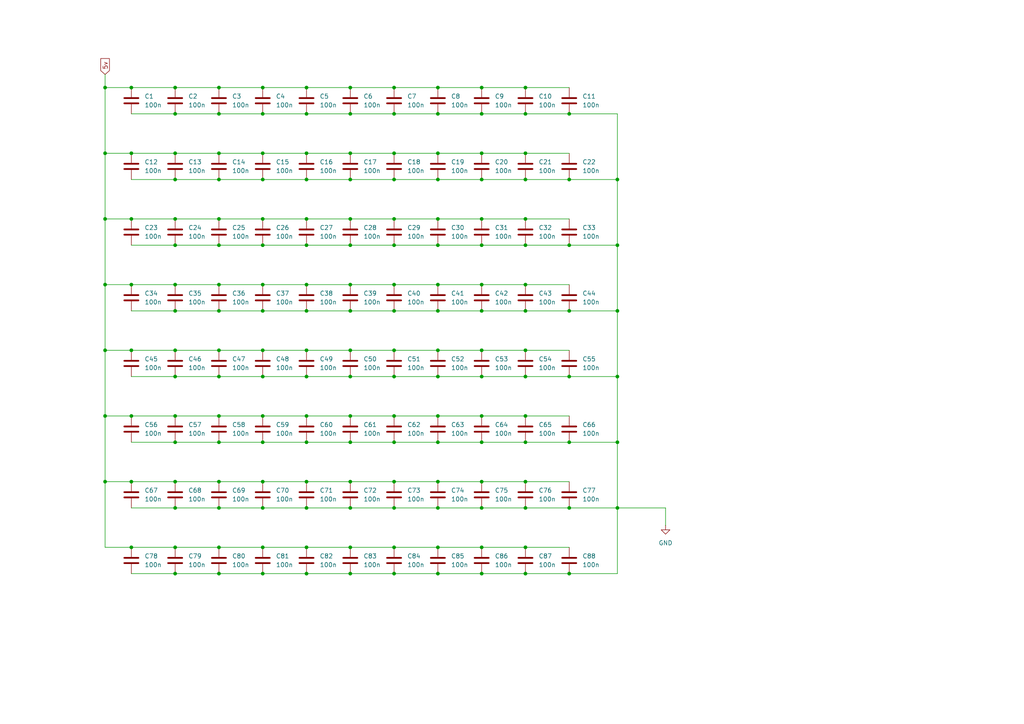
<source format=kicad_sch>
(kicad_sch (version 20231120) (generator "eeschema") (generator_version "8.0")
  (paper "A4")
  (lib_symbols
    (symbol "Device:C" (pin_numbers hide) (pin_names (offset 0.254))
      (property "Reference" "C" (at 0.635 2.54 0))
      (property "Value" "C" (at 0.635 -2.54 0))
      (symbol "C_0_1"
        (polyline (pts (xy -2.032 -0.762) (xy 2.032 -0.762)) (stroke (width 0.508)))
        (polyline (pts (xy -2.032 0.762) (xy 2.032 0.762)) (stroke (width 0.508)))
      )
      (symbol "C_1_1"
        (pin passive line (at 0 3.81 270) (length 2.794) (name "~") (number "1"))
        (pin passive line (at 0 -3.81 90) (length 2.794) (name "~") (number "2"))
      )
    )
    (symbol "power:GND" (power) (pin_numbers hide) (pin_names (offset 0) hide)
      (property "Value" "GND" (at 0 -3.81 0))
      (symbol "GND_0_1"
        (polyline (pts (xy 0 0) (xy 0 -1.27) (xy 1.27 -1.27) (xy 0 -2.54) (xy -1.27 -1.27) (xy 0 -1.27)))
      )
      (symbol "GND_1_1"
        (pin power_in line (at 0 0 270) (length 0) (name "~") (number "1"))
      )
    )
  )
  (junction (at 88.9 109.22))
  (junction (at 63.5 120.65))
  (junction (at 179.07 71.12))
  (junction (at 76.2 90.17))
  (junction (at 38.1 139.7))
  (junction (at 63.5 109.22))
  (junction (at 152.4 166.37))
  (junction (at 139.7 82.55))
  (junction (at 101.6 139.7))
  (junction (at 88.9 147.32))
  (junction (at 88.9 120.65))
  (junction (at 76.2 128.27))
  (junction (at 127 128.27))
  (junction (at 179.07 90.17))
  (junction (at 88.9 44.45))
  (junction (at 165.1 33.02))
  (junction (at 76.2 166.37))
  (junction (at 76.2 44.45))
  (junction (at 50.8 147.32))
  (junction (at 101.6 101.6))
  (junction (at 114.3 44.45))
  (junction (at 50.8 71.12))
  (junction (at 152.4 120.65))
  (junction (at 76.2 101.6))
  (junction (at 114.3 71.12))
  (junction (at 152.4 63.5))
  (junction (at 139.7 109.22))
  (junction (at 88.9 166.37))
  (junction (at 127 63.5))
  (junction (at 101.6 120.65))
  (junction (at 88.9 158.75))
  (junction (at 88.9 71.12))
  (junction (at 101.6 63.5))
  (junction (at 114.3 63.5))
  (junction (at 127 139.7))
  (junction (at 139.7 128.27))
  (junction (at 63.5 63.5))
  (junction (at 101.6 25.4))
  (junction (at 139.7 63.5))
  (junction (at 88.9 139.7))
  (junction (at 30.48 139.7))
  (junction (at 88.9 52.07))
  (junction (at 152.4 82.55))
  (junction (at 127 71.12))
  (junction (at 88.9 33.02))
  (junction (at 38.1 82.55))
  (junction (at 101.6 52.07))
  (junction (at 30.48 82.55))
  (junction (at 114.3 147.32))
  (junction (at 127 101.6))
  (junction (at 38.1 120.65))
  (junction (at 76.2 33.02))
  (junction (at 30.48 101.6))
  (junction (at 63.5 71.12))
  (junction (at 63.5 44.45))
  (junction (at 165.1 166.37))
  (junction (at 127 52.07))
  (junction (at 127 33.02))
  (junction (at 114.3 82.55))
  (junction (at 139.7 52.07))
  (junction (at 50.8 33.02))
  (junction (at 139.7 71.12))
  (junction (at 63.5 90.17))
  (junction (at 165.1 71.12))
  (junction (at 127 82.55))
  (junction (at 165.1 109.22))
  (junction (at 101.6 166.37))
  (junction (at 50.8 139.7))
  (junction (at 179.07 128.27))
  (junction (at 179.07 52.07))
  (junction (at 63.5 101.6))
  (junction (at 30.48 44.45))
  (junction (at 63.5 25.4))
  (junction (at 50.8 128.27))
  (junction (at 101.6 82.55))
  (junction (at 114.3 101.6))
  (junction (at 165.1 128.27))
  (junction (at 127 90.17))
  (junction (at 76.2 52.07))
  (junction (at 76.2 109.22))
  (junction (at 165.1 52.07))
  (junction (at 127 44.45))
  (junction (at 139.7 101.6))
  (junction (at 76.2 25.4))
  (junction (at 38.1 158.75))
  (junction (at 101.6 158.75))
  (junction (at 38.1 25.4))
  (junction (at 30.48 120.65))
  (junction (at 50.8 166.37))
  (junction (at 50.8 158.75))
  (junction (at 152.4 147.32))
  (junction (at 88.9 128.27))
  (junction (at 63.5 158.75))
  (junction (at 50.8 44.45))
  (junction (at 101.6 33.02))
  (junction (at 114.3 139.7))
  (junction (at 127 147.32))
  (junction (at 50.8 82.55))
  (junction (at 114.3 109.22))
  (junction (at 50.8 120.65))
  (junction (at 88.9 101.6))
  (junction (at 63.5 82.55))
  (junction (at 139.7 147.32))
  (junction (at 88.9 63.5))
  (junction (at 50.8 63.5))
  (junction (at 179.07 147.32))
  (junction (at 127 158.75))
  (junction (at 88.9 90.17))
  (junction (at 101.6 147.32))
  (junction (at 50.8 25.4))
  (junction (at 63.5 33.02))
  (junction (at 127 25.4))
  (junction (at 152.4 71.12))
  (junction (at 76.2 139.7))
  (junction (at 165.1 147.32))
  (junction (at 63.5 52.07))
  (junction (at 152.4 44.45))
  (junction (at 88.9 25.4))
  (junction (at 114.3 33.02))
  (junction (at 63.5 128.27))
  (junction (at 76.2 158.75))
  (junction (at 63.5 147.32))
  (junction (at 114.3 128.27))
  (junction (at 152.4 52.07))
  (junction (at 101.6 90.17))
  (junction (at 101.6 71.12))
  (junction (at 114.3 158.75))
  (junction (at 50.8 101.6))
  (junction (at 139.7 158.75))
  (junction (at 139.7 25.4))
  (junction (at 38.1 63.5))
  (junction (at 76.2 82.55))
  (junction (at 114.3 90.17))
  (junction (at 152.4 25.4))
  (junction (at 50.8 109.22))
  (junction (at 76.2 147.32))
  (junction (at 127 109.22))
  (junction (at 165.1 90.17))
  (junction (at 30.48 25.4))
  (junction (at 139.7 90.17))
  (junction (at 114.3 25.4))
  (junction (at 30.48 63.5))
  (junction (at 101.6 44.45))
  (junction (at 114.3 166.37))
  (junction (at 38.1 44.45))
  (junction (at 139.7 120.65))
  (junction (at 63.5 166.37))
  (junction (at 76.2 120.65))
  (junction (at 152.4 33.02))
  (junction (at 50.8 90.17))
  (junction (at 139.7 166.37))
  (junction (at 152.4 158.75))
  (junction (at 127 120.65))
  (junction (at 114.3 52.07))
  (junction (at 101.6 109.22))
  (junction (at 76.2 71.12))
  (junction (at 152.4 90.17))
  (junction (at 76.2 63.5))
  (junction (at 179.07 109.22))
  (junction (at 139.7 44.45))
  (junction (at 127 166.37))
  (junction (at 114.3 120.65))
  (junction (at 139.7 33.02))
  (junction (at 152.4 101.6))
  (junction (at 152.4 139.7))
  (junction (at 152.4 109.22))
  (junction (at 101.6 128.27))
  (junction (at 88.9 82.55))
  (junction (at 152.4 128.27))
  (junction (at 63.5 139.7))
  (junction (at 50.8 52.07))
  (junction (at 38.1 101.6))
  (junction (at 139.7 139.7))
  (wire (pts (xy 76.2 147.32) (xy 88.9 147.32)))
  (wire (pts (xy 38.1 90.17) (xy 50.8 90.17)))
  (wire (pts (xy 76.2 109.22) (xy 88.9 109.22)))
  (wire (pts (xy 179.07 33.02) (xy 179.07 52.07)))
  (wire (pts (xy 50.8 128.27) (xy 63.5 128.27)))
  (wire (pts (xy 50.8 101.6) (xy 63.5 101.6)))
  (wire (pts (xy 88.9 128.27) (xy 101.6 128.27)))
  (wire (pts (xy 38.1 63.5) (xy 50.8 63.5)))
  (wire (pts (xy 114.3 109.22) (xy 127 109.22)))
  (wire (pts (xy 114.3 82.55) (xy 127 82.55)))
  (wire (pts (xy 179.07 52.07) (xy 179.07 71.12)))
  (wire (pts (xy 152.4 71.12) (xy 165.1 71.12)))
  (wire (pts (xy 165.1 52.07) (xy 179.07 52.07)))
  (wire (pts (xy 50.8 109.22) (xy 63.5 109.22)))
  (wire (pts (xy 165.1 158.75) (xy 152.4 158.75)))
  (wire (pts (xy 179.07 147.32) (xy 193.04 147.32)))
  (wire (pts (xy 38.1 25.4) (xy 30.48 25.4)))
  (wire (pts (xy 114.3 33.02) (xy 127 33.02)))
  (wire (pts (xy 63.5 120.65) (xy 50.8 120.65)))
  (wire (pts (xy 114.3 101.6) (xy 127 101.6)))
  (wire (pts (xy 63.5 109.22) (xy 76.2 109.22)))
  (wire (pts (xy 114.3 147.32) (xy 127 147.32)))
  (wire (pts (xy 50.8 120.65) (xy 38.1 120.65)))
  (wire (pts (xy 152.4 33.02) (xy 165.1 33.02)))
  (wire (pts (xy 127 139.7) (xy 139.7 139.7)))
  (wire (pts (xy 50.8 158.75) (xy 38.1 158.75)))
  (wire (pts (xy 193.04 147.32) (xy 193.04 152.4)))
  (wire (pts (xy 139.7 52.07) (xy 152.4 52.07)))
  (wire (pts (xy 30.48 101.6) (xy 38.1 101.6)))
  (wire (pts (xy 88.9 52.07) (xy 101.6 52.07)))
  (wire (pts (xy 127 90.17) (xy 139.7 90.17)))
  (wire (pts (xy 30.48 101.6) (xy 30.48 120.65)))
  (wire (pts (xy 152.4 101.6) (xy 165.1 101.6)))
  (wire (pts (xy 179.07 109.22) (xy 179.07 128.27)))
  (wire (pts (xy 50.8 139.7) (xy 63.5 139.7)))
  (wire (pts (xy 88.9 158.75) (xy 76.2 158.75)))
  (wire (pts (xy 88.9 90.17) (xy 101.6 90.17)))
  (wire (pts (xy 38.1 33.02) (xy 50.8 33.02)))
  (wire (pts (xy 30.48 44.45) (xy 38.1 44.45)))
  (wire (pts (xy 88.9 120.65) (xy 76.2 120.65)))
  (wire (pts (xy 152.4 120.65) (xy 139.7 120.65)))
  (wire (pts (xy 127 63.5) (xy 139.7 63.5)))
  (wire (pts (xy 101.6 90.17) (xy 114.3 90.17)))
  (wire (pts (xy 101.6 109.22) (xy 114.3 109.22)))
  (wire (pts (xy 63.5 82.55) (xy 76.2 82.55)))
  (wire (pts (xy 114.3 120.65) (xy 101.6 120.65)))
  (wire (pts (xy 101.6 120.65) (xy 88.9 120.65)))
  (wire (pts (xy 114.3 44.45) (xy 127 44.45)))
  (wire (pts (xy 101.6 158.75) (xy 88.9 158.75)))
  (wire (pts (xy 88.9 82.55) (xy 101.6 82.55)))
  (wire (pts (xy 88.9 25.4) (xy 76.2 25.4)))
  (wire (pts (xy 139.7 166.37) (xy 127 166.37)))
  (wire (pts (xy 101.6 82.55) (xy 114.3 82.55)))
  (wire (pts (xy 30.48 63.5) (xy 38.1 63.5)))
  (wire (pts (xy 114.3 71.12) (xy 127 71.12)))
  (wire (pts (xy 63.5 90.17) (xy 76.2 90.17)))
  (wire (pts (xy 76.2 158.75) (xy 63.5 158.75)))
  (wire (pts (xy 63.5 158.75) (xy 50.8 158.75)))
  (wire (pts (xy 127 52.07) (xy 139.7 52.07)))
  (wire (pts (xy 139.7 63.5) (xy 152.4 63.5)))
  (wire (pts (xy 63.5 44.45) (xy 76.2 44.45)))
  (wire (pts (xy 50.8 25.4) (xy 38.1 25.4)))
  (wire (pts (xy 152.4 52.07) (xy 165.1 52.07)))
  (wire (pts (xy 38.1 109.22) (xy 50.8 109.22)))
  (wire (pts (xy 114.3 166.37) (xy 101.6 166.37)))
  (wire (pts (xy 139.7 158.75) (xy 127 158.75)))
  (wire (pts (xy 152.4 147.32) (xy 165.1 147.32)))
  (wire (pts (xy 76.2 120.65) (xy 63.5 120.65)))
  (wire (pts (xy 50.8 44.45) (xy 63.5 44.45)))
  (wire (pts (xy 76.2 101.6) (xy 88.9 101.6)))
  (wire (pts (xy 101.6 63.5) (xy 114.3 63.5)))
  (wire (pts (xy 139.7 25.4) (xy 127 25.4)))
  (wire (pts (xy 88.9 33.02) (xy 101.6 33.02)))
  (wire (pts (xy 179.07 166.37) (xy 165.1 166.37)))
  (wire (pts (xy 165.1 109.22) (xy 179.07 109.22)))
  (wire (pts (xy 101.6 147.32) (xy 114.3 147.32)))
  (wire (pts (xy 38.1 71.12) (xy 50.8 71.12)))
  (wire (pts (xy 127 25.4) (xy 114.3 25.4)))
  (wire (pts (xy 38.1 139.7) (xy 50.8 139.7)))
  (wire (pts (xy 139.7 71.12) (xy 152.4 71.12)))
  (wire (pts (xy 152.4 25.4) (xy 139.7 25.4)))
  (wire (pts (xy 179.07 128.27) (xy 179.07 147.32)))
  (wire (pts (xy 101.6 139.7) (xy 114.3 139.7)))
  (wire (pts (xy 76.2 33.02) (xy 88.9 33.02)))
  (wire (pts (xy 101.6 101.6) (xy 114.3 101.6)))
  (wire (pts (xy 139.7 44.45) (xy 152.4 44.45)))
  (wire (pts (xy 139.7 82.55) (xy 152.4 82.55)))
  (wire (pts (xy 63.5 25.4) (xy 50.8 25.4)))
  (wire (pts (xy 76.2 128.27) (xy 88.9 128.27)))
  (wire (pts (xy 152.4 90.17) (xy 165.1 90.17)))
  (wire (pts (xy 165.1 71.12) (xy 179.07 71.12)))
  (wire (pts (xy 179.07 71.12) (xy 179.07 90.17)))
  (wire (pts (xy 114.3 90.17) (xy 127 90.17)))
  (wire (pts (xy 50.8 90.17) (xy 63.5 90.17)))
  (wire (pts (xy 101.6 25.4) (xy 88.9 25.4)))
  (wire (pts (xy 101.6 128.27) (xy 114.3 128.27)))
  (wire (pts (xy 127 158.75) (xy 114.3 158.75)))
  (wire (pts (xy 30.48 82.55) (xy 38.1 82.55)))
  (wire (pts (xy 114.3 52.07) (xy 127 52.07)))
  (wire (pts (xy 101.6 52.07) (xy 114.3 52.07)))
  (wire (pts (xy 139.7 101.6) (xy 152.4 101.6)))
  (wire (pts (xy 114.3 63.5) (xy 127 63.5)))
  (wire (pts (xy 139.7 33.02) (xy 152.4 33.02)))
  (wire (pts (xy 127 33.02) (xy 139.7 33.02)))
  (wire (pts (xy 50.8 52.07) (xy 63.5 52.07)))
  (wire (pts (xy 152.4 158.75) (xy 139.7 158.75)))
  (wire (pts (xy 114.3 139.7) (xy 127 139.7)))
  (wire (pts (xy 88.9 147.32) (xy 101.6 147.32)))
  (wire (pts (xy 30.48 25.4) (xy 30.48 44.45)))
  (wire (pts (xy 114.3 158.75) (xy 101.6 158.75)))
  (wire (pts (xy 76.2 71.12) (xy 88.9 71.12)))
  (wire (pts (xy 50.8 33.02) (xy 63.5 33.02)))
  (wire (pts (xy 152.4 109.22) (xy 165.1 109.22)))
  (wire (pts (xy 127 71.12) (xy 139.7 71.12)))
  (wire (pts (xy 76.2 90.17) (xy 88.9 90.17)))
  (wire (pts (xy 38.1 101.6) (xy 50.8 101.6)))
  (wire (pts (xy 179.07 147.32) (xy 179.07 166.37)))
  (wire (pts (xy 127 128.27) (xy 139.7 128.27)))
  (wire (pts (xy 179.07 90.17) (xy 179.07 109.22)))
  (wire (pts (xy 101.6 33.02) (xy 114.3 33.02)))
  (wire (pts (xy 38.1 128.27) (xy 50.8 128.27)))
  (wire (pts (xy 139.7 139.7) (xy 152.4 139.7)))
  (wire (pts (xy 30.48 63.5) (xy 30.48 82.55)))
  (wire (pts (xy 50.8 147.32) (xy 63.5 147.32)))
  (wire (pts (xy 165.1 128.27) (xy 179.07 128.27)))
  (wire (pts (xy 139.7 90.17) (xy 152.4 90.17)))
  (wire (pts (xy 152.4 82.55) (xy 165.1 82.55)))
  (wire (pts (xy 127 101.6) (xy 139.7 101.6)))
  (wire (pts (xy 88.9 166.37) (xy 76.2 166.37)))
  (wire (pts (xy 152.4 44.45) (xy 165.1 44.45)))
  (wire (pts (xy 165.1 120.65) (xy 152.4 120.65)))
  (wire (pts (xy 139.7 128.27) (xy 152.4 128.27)))
  (wire (pts (xy 63.5 139.7) (xy 76.2 139.7)))
  (wire (pts (xy 88.9 109.22) (xy 101.6 109.22)))
  (wire (pts (xy 76.2 139.7) (xy 88.9 139.7)))
  (wire (pts (xy 30.48 44.45) (xy 30.48 63.5)))
  (wire (pts (xy 165.1 166.37) (xy 152.4 166.37)))
  (wire (pts (xy 101.6 71.12) (xy 114.3 71.12)))
  (wire (pts (xy 88.9 139.7) (xy 101.6 139.7)))
  (wire (pts (xy 76.2 52.07) (xy 88.9 52.07)))
  (wire (pts (xy 101.6 166.37) (xy 88.9 166.37)))
  (wire (pts (xy 88.9 63.5) (xy 101.6 63.5)))
  (wire (pts (xy 63.5 33.02) (xy 76.2 33.02)))
  (wire (pts (xy 63.5 63.5) (xy 76.2 63.5)))
  (wire (pts (xy 76.2 44.45) (xy 88.9 44.45)))
  (wire (pts (xy 152.4 139.7) (xy 165.1 139.7)))
  (wire (pts (xy 38.1 158.75) (xy 30.48 158.75)))
  (wire (pts (xy 30.48 82.55) (xy 30.48 101.6)))
  (wire (pts (xy 127 44.45) (xy 139.7 44.45)))
  (wire (pts (xy 139.7 109.22) (xy 152.4 109.22)))
  (wire (pts (xy 165.1 90.17) (xy 179.07 90.17)))
  (wire (pts (xy 139.7 120.65) (xy 127 120.65)))
  (wire (pts (xy 101.6 44.45) (xy 114.3 44.45)))
  (wire (pts (xy 165.1 33.02) (xy 179.07 33.02)))
  (wire (pts (xy 88.9 71.12) (xy 101.6 71.12)))
  (wire (pts (xy 139.7 147.32) (xy 152.4 147.32)))
  (wire (pts (xy 50.8 166.37) (xy 38.1 166.37)))
  (wire (pts (xy 76.2 166.37) (xy 63.5 166.37)))
  (wire (pts (xy 88.9 44.45) (xy 101.6 44.45)))
  (wire (pts (xy 127 109.22) (xy 139.7 109.22)))
  (wire (pts (xy 38.1 120.65) (xy 30.48 120.65)))
  (wire (pts (xy 30.48 21.59) (xy 30.48 25.4)))
  (wire (pts (xy 38.1 52.07) (xy 50.8 52.07)))
  (wire (pts (xy 114.3 25.4) (xy 101.6 25.4)))
  (wire (pts (xy 63.5 147.32) (xy 76.2 147.32)))
  (wire (pts (xy 165.1 147.32) (xy 179.07 147.32)))
  (wire (pts (xy 127 147.32) (xy 139.7 147.32)))
  (wire (pts (xy 127 82.55) (xy 139.7 82.55)))
  (wire (pts (xy 88.9 101.6) (xy 101.6 101.6)))
  (wire (pts (xy 38.1 44.45) (xy 50.8 44.45)))
  (wire (pts (xy 63.5 71.12) (xy 76.2 71.12)))
  (wire (pts (xy 38.1 147.32) (xy 50.8 147.32)))
  (wire (pts (xy 30.48 139.7) (xy 38.1 139.7)))
  (wire (pts (xy 50.8 63.5) (xy 63.5 63.5)))
  (wire (pts (xy 76.2 63.5) (xy 88.9 63.5)))
  (wire (pts (xy 30.48 158.75) (xy 30.48 139.7)))
  (wire (pts (xy 63.5 52.07) (xy 76.2 52.07)))
  (wire (pts (xy 50.8 82.55) (xy 63.5 82.55)))
  (wire (pts (xy 30.48 120.65) (xy 30.48 139.7)))
  (wire (pts (xy 152.4 166.37) (xy 139.7 166.37)))
  (wire (pts (xy 63.5 166.37) (xy 50.8 166.37)))
  (wire (pts (xy 76.2 82.55) (xy 88.9 82.55)))
  (wire (pts (xy 165.1 25.4) (xy 152.4 25.4)))
  (wire (pts (xy 38.1 82.55) (xy 50.8 82.55)))
  (wire (pts (xy 152.4 128.27) (xy 165.1 128.27)))
  (wire (pts (xy 114.3 128.27) (xy 127 128.27)))
  (wire (pts (xy 76.2 25.4) (xy 63.5 25.4)))
  (wire (pts (xy 152.4 63.5) (xy 165.1 63.5)))
  (wire (pts (xy 127 120.65) (xy 114.3 120.65)))
  (wire (pts (xy 63.5 128.27) (xy 76.2 128.27)))
  (wire (pts (xy 50.8 71.12) (xy 63.5 71.12)))
  (wire (pts (xy 127 166.37) (xy 114.3 166.37)))
  (wire (pts (xy 63.5 101.6) (xy 76.2 101.6)))
  (global_label "5v" (shape input) (at 30.48 21.59 90) (property "Intersheetrefs" "${INTERSHEET_REFS}" (effects (hide yes))))
  (symbol (lib_id "Device:C") (at 88.9 67.31 0) (unit 1)
    (property "Reference" "C27" (at 92.71 66.0399 0) (effects (justify left)))
    (property "Value" "100n" (at 92.71 68.5799 0) (effects (justify left)))
    (property "Footprint" "Capacitor_SMD:C_0805_2012Metric_Pad1.18x1.45mm_HandSolder" (effects (hide yes)))
    (property "Description" "Unpolarized capacitor" (effects (hide yes)))
  )
  (symbol (lib_id "Device:C") (at 152.4 29.21 0) (unit 1)
    (property "Reference" "C10" (at 156.21 27.9399 0) (effects (justify left)))
    (property "Value" "100n" (at 156.21 30.4799 0) (effects (justify left)))
    (property "Footprint" "Capacitor_SMD:C_0805_2012Metric_Pad1.18x1.45mm_HandSolder" (effects (hide yes)))
    (property "Description" "Unpolarized capacitor" (effects (hide yes)))
  )
  (symbol (lib_id "Device:C") (at 139.7 105.41 0) (unit 1)
    (property "Reference" "C53" (at 143.51 104.1399 0) (effects (justify left)))
    (property "Value" "100n" (at 143.51 106.6799 0) (effects (justify left)))
    (property "Footprint" "Capacitor_SMD:C_0805_2012Metric_Pad1.18x1.45mm_HandSolder" (effects (hide yes)))
    (property "Description" "Unpolarized capacitor" (effects (hide yes)))
  )
  (symbol (lib_id "Device:C") (at 50.8 143.51 0) (unit 1)
    (property "Reference" "C68" (at 54.61 142.2399 0) (effects (justify left)))
    (property "Value" "100n" (at 54.61 144.7799 0) (effects (justify left)))
    (property "Footprint" "Capacitor_SMD:C_0805_2012Metric_Pad1.18x1.45mm_HandSolder" (effects (hide yes)))
    (property "Description" "Unpolarized capacitor" (effects (hide yes)))
  )
  (symbol (lib_id "Device:C") (at 63.5 67.31 0) (unit 1)
    (property "Reference" "C25" (at 67.31 66.0399 0) (effects (justify left)))
    (property "Value" "100n" (at 67.31 68.5799 0) (effects (justify left)))
    (property "Footprint" "Capacitor_SMD:C_0805_2012Metric_Pad1.18x1.45mm_HandSolder" (effects (hide yes)))
    (property "Description" "Unpolarized capacitor" (effects (hide yes)))
  )
  (symbol (lib_id "Device:C") (at 76.2 105.41 0) (unit 1)
    (property "Reference" "C48" (at 80.01 104.1399 0) (effects (justify left)))
    (property "Value" "100n" (at 80.01 106.6799 0) (effects (justify left)))
    (property "Footprint" "Capacitor_SMD:C_0805_2012Metric_Pad1.18x1.45mm_HandSolder" (effects (hide yes)))
    (property "Description" "Unpolarized capacitor" (effects (hide yes)))
  )
  (symbol (lib_id "Device:C") (at 127 67.31 0) (unit 1)
    (property "Reference" "C30" (at 130.81 66.0399 0) (effects (justify left)))
    (property "Value" "100n" (at 130.81 68.5799 0) (effects (justify left)))
    (property "Footprint" "Capacitor_SMD:C_0805_2012Metric_Pad1.18x1.45mm_HandSolder" (effects (hide yes)))
    (property "Description" "Unpolarized capacitor" (effects (hide yes)))
  )
  (symbol (lib_id "Device:C") (at 114.3 86.36 0) (unit 1)
    (property "Reference" "C40" (at 118.11 85.0899 0) (effects (justify left)))
    (property "Value" "100n" (at 118.11 87.6299 0) (effects (justify left)))
    (property "Footprint" "Capacitor_SMD:C_0805_2012Metric_Pad1.18x1.45mm_HandSolder" (effects (hide yes)))
    (property "Description" "Unpolarized capacitor" (effects (hide yes)))
  )
  (symbol (lib_id "Device:C") (at 165.1 67.31 0) (unit 1)
    (property "Reference" "C33" (at 168.91 66.0399 0) (effects (justify left)))
    (property "Value" "100n" (at 168.91 68.5799 0) (effects (justify left)))
    (property "Footprint" "Capacitor_SMD:C_0805_2012Metric_Pad1.18x1.45mm_HandSolder" (effects (hide yes)))
    (property "Description" "Unpolarized capacitor" (effects (hide yes)))
  )
  (symbol (lib_id "Device:C") (at 127 162.56 0) (unit 1)
    (property "Reference" "C85" (at 130.81 161.2899 0) (effects (justify left)))
    (property "Value" "100n" (at 130.81 163.8299 0) (effects (justify left)))
    (property "Footprint" "Capacitor_SMD:C_0805_2012Metric_Pad1.18x1.45mm_HandSolder" (effects (hide yes)))
    (property "Description" "Unpolarized capacitor" (effects (hide yes)))
  )
  (symbol (lib_id "Device:C") (at 127 29.21 0) (unit 1)
    (property "Reference" "C8" (at 130.81 27.9399 0) (effects (justify left)))
    (property "Value" "100n" (at 130.81 30.4799 0) (effects (justify left)))
    (property "Footprint" "Capacitor_SMD:C_0805_2012Metric_Pad1.18x1.45mm_HandSolder" (effects (hide yes)))
    (property "Description" "Unpolarized capacitor" (effects (hide yes)))
  )
  (symbol (lib_id "Device:C") (at 76.2 67.31 0) (unit 1)
    (property "Reference" "C26" (at 80.01 66.0399 0) (effects (justify left)))
    (property "Value" "100n" (at 80.01 68.5799 0) (effects (justify left)))
    (property "Footprint" "Capacitor_SMD:C_0805_2012Metric_Pad1.18x1.45mm_HandSolder" (effects (hide yes)))
    (property "Description" "Unpolarized capacitor" (effects (hide yes)))
  )
  (symbol (lib_id "Device:C") (at 139.7 143.51 0) (unit 1)
    (property "Reference" "C75" (at 143.51 142.2399 0) (effects (justify left)))
    (property "Value" "100n" (at 143.51 144.7799 0) (effects (justify left)))
    (property "Footprint" "Capacitor_SMD:C_0805_2012Metric_Pad1.18x1.45mm_HandSolder" (effects (hide yes)))
    (property "Description" "Unpolarized capacitor" (effects (hide yes)))
  )
  (symbol (lib_id "Device:C") (at 152.4 124.46 0) (unit 1)
    (property "Reference" "C65" (at 156.21 123.1899 0) (effects (justify left)))
    (property "Value" "100n" (at 156.21 125.7299 0) (effects (justify left)))
    (property "Footprint" "Capacitor_SMD:C_0805_2012Metric_Pad1.18x1.45mm_HandSolder" (effects (hide yes)))
    (property "Description" "Unpolarized capacitor" (effects (hide yes)))
  )
  (symbol (lib_id "Device:C") (at 101.6 29.21 0) (unit 1)
    (property "Reference" "C6" (at 105.41 27.9399 0) (effects (justify left)))
    (property "Value" "100n" (at 105.41 30.4799 0) (effects (justify left)))
    (property "Footprint" "Capacitor_SMD:C_0805_2012Metric_Pad1.18x1.45mm_HandSolder" (effects (hide yes)))
    (property "Description" "Unpolarized capacitor" (effects (hide yes)))
  )
  (symbol (lib_id "Device:C") (at 127 105.41 0) (unit 1)
    (property "Reference" "C52" (at 130.81 104.1399 0) (effects (justify left)))
    (property "Value" "100n" (at 130.81 106.6799 0) (effects (justify left)))
    (property "Footprint" "Capacitor_SMD:C_0805_2012Metric_Pad1.18x1.45mm_HandSolder" (effects (hide yes)))
    (property "Description" "Unpolarized capacitor" (effects (hide yes)))
  )
  (symbol (lib_id "Device:C") (at 114.3 162.56 0) (unit 1)
    (property "Reference" "C84" (at 118.11 161.2899 0) (effects (justify left)))
    (property "Value" "100n" (at 118.11 163.8299 0) (effects (justify left)))
    (property "Footprint" "Capacitor_SMD:C_0805_2012Metric_Pad1.18x1.45mm_HandSolder" (effects (hide yes)))
    (property "Description" "Unpolarized capacitor" (effects (hide yes)))
  )
  (symbol (lib_id "Device:C") (at 88.9 86.36 0) (unit 1)
    (property "Reference" "C38" (at 92.71 85.0899 0) (effects (justify left)))
    (property "Value" "100n" (at 92.71 87.6299 0) (effects (justify left)))
    (property "Footprint" "Capacitor_SMD:C_0805_2012Metric_Pad1.18x1.45mm_HandSolder" (effects (hide yes)))
    (property "Description" "Unpolarized capacitor" (effects (hide yes)))
  )
  (symbol (lib_id "Device:C") (at 101.6 105.41 0) (unit 1)
    (property "Reference" "C50" (at 105.41 104.1399 0) (effects (justify left)))
    (property "Value" "100n" (at 105.41 106.6799 0) (effects (justify left)))
    (property "Footprint" "Capacitor_SMD:C_0805_2012Metric_Pad1.18x1.45mm_HandSolder" (effects (hide yes)))
    (property "Description" "Unpolarized capacitor" (effects (hide yes)))
  )
  (symbol (lib_id "Device:C") (at 63.5 48.26 0) (unit 1)
    (property "Reference" "C14" (at 67.31 46.9899 0) (effects (justify left)))
    (property "Value" "100n" (at 67.31 49.5299 0) (effects (justify left)))
    (property "Footprint" "Capacitor_SMD:C_0805_2012Metric_Pad1.18x1.45mm_HandSolder" (effects (hide yes)))
    (property "Description" "Unpolarized capacitor" (effects (hide yes)))
  )
  (symbol (lib_id "Device:C") (at 88.9 48.26 0) (unit 1)
    (property "Reference" "C16" (at 92.71 46.9899 0) (effects (justify left)))
    (property "Value" "100n" (at 92.71 49.5299 0) (effects (justify left)))
    (property "Footprint" "Capacitor_SMD:C_0805_2012Metric_Pad1.18x1.45mm_HandSolder" (effects (hide yes)))
    (property "Description" "Unpolarized capacitor" (effects (hide yes)))
  )
  (symbol (lib_id "Device:C") (at 63.5 86.36 0) (unit 1)
    (property "Reference" "C36" (at 67.31 85.0899 0) (effects (justify left)))
    (property "Value" "100n" (at 67.31 87.6299 0) (effects (justify left)))
    (property "Footprint" "Capacitor_SMD:C_0805_2012Metric_Pad1.18x1.45mm_HandSolder" (effects (hide yes)))
    (property "Description" "Unpolarized capacitor" (effects (hide yes)))
  )
  (symbol (lib_id "Device:C") (at 139.7 29.21 0) (unit 1)
    (property "Reference" "C9" (at 143.51 27.9399 0) (effects (justify left)))
    (property "Value" "100n" (at 143.51 30.4799 0) (effects (justify left)))
    (property "Footprint" "Capacitor_SMD:C_0805_2012Metric_Pad1.18x1.45mm_HandSolder" (effects (hide yes)))
    (property "Description" "Unpolarized capacitor" (effects (hide yes)))
  )
  (symbol (lib_id "Device:C") (at 63.5 124.46 0) (unit 1)
    (property "Reference" "C58" (at 67.31 123.1899 0) (effects (justify left)))
    (property "Value" "100n" (at 67.31 125.7299 0) (effects (justify left)))
    (property "Footprint" "Capacitor_SMD:C_0805_2012Metric_Pad1.18x1.45mm_HandSolder" (effects (hide yes)))
    (property "Description" "Unpolarized capacitor" (effects (hide yes)))
  )
  (symbol (lib_id "Device:C") (at 76.2 86.36 0) (unit 1)
    (property "Reference" "C37" (at 80.01 85.0899 0) (effects (justify left)))
    (property "Value" "100n" (at 80.01 87.6299 0) (effects (justify left)))
    (property "Footprint" "Capacitor_SMD:C_0805_2012Metric_Pad1.18x1.45mm_HandSolder" (effects (hide yes)))
    (property "Description" "Unpolarized capacitor" (effects (hide yes)))
  )
  (symbol (lib_id "Device:C") (at 88.9 105.41 0) (unit 1)
    (property "Reference" "C49" (at 92.71 104.1399 0) (effects (justify left)))
    (property "Value" "100n" (at 92.71 106.6799 0) (effects (justify left)))
    (property "Footprint" "Capacitor_SMD:C_0805_2012Metric_Pad1.18x1.45mm_HandSolder" (effects (hide yes)))
    (property "Description" "Unpolarized capacitor" (effects (hide yes)))
  )
  (symbol (lib_id "Device:C") (at 38.1 29.21 0) (unit 1)
    (property "Reference" "C1" (at 41.91 27.9399 0) (effects (justify left)))
    (property "Value" "100n" (at 41.91 30.4799 0) (effects (justify left)))
    (property "Footprint" "Capacitor_SMD:C_0805_2012Metric_Pad1.18x1.45mm_HandSolder" (effects (hide yes)))
    (property "Description" "Unpolarized capacitor" (effects (hide yes)))
  )
  (symbol (lib_id "Device:C") (at 76.2 162.56 0) (unit 1)
    (property "Reference" "C81" (at 80.01 161.2899 0) (effects (justify left)))
    (property "Value" "100n" (at 80.01 163.8299 0) (effects (justify left)))
    (property "Footprint" "Capacitor_SMD:C_0805_2012Metric_Pad1.18x1.45mm_HandSolder" (effects (hide yes)))
    (property "Description" "Unpolarized capacitor" (effects (hide yes)))
  )
  (symbol (lib_id "Device:C") (at 50.8 48.26 0) (unit 1)
    (property "Reference" "C13" (at 54.61 46.9899 0) (effects (justify left)))
    (property "Value" "100n" (at 54.61 49.5299 0) (effects (justify left)))
    (property "Footprint" "Capacitor_SMD:C_0805_2012Metric_Pad1.18x1.45mm_HandSolder" (effects (hide yes)))
    (property "Description" "Unpolarized capacitor" (effects (hide yes)))
  )
  (symbol (lib_id "Device:C") (at 114.3 67.31 0) (unit 1)
    (property "Reference" "C29" (at 118.11 66.0399 0) (effects (justify left)))
    (property "Value" "100n" (at 118.11 68.5799 0) (effects (justify left)))
    (property "Footprint" "Capacitor_SMD:C_0805_2012Metric_Pad1.18x1.45mm_HandSolder" (effects (hide yes)))
    (property "Description" "Unpolarized capacitor" (effects (hide yes)))
  )
  (symbol (lib_id "Device:C") (at 139.7 48.26 0) (unit 1)
    (property "Reference" "C20" (at 143.51 46.9899 0) (effects (justify left)))
    (property "Value" "100n" (at 143.51 49.5299 0) (effects (justify left)))
    (property "Footprint" "Capacitor_SMD:C_0805_2012Metric_Pad1.18x1.45mm_HandSolder" (effects (hide yes)))
    (property "Description" "Unpolarized capacitor" (effects (hide yes)))
  )
  (symbol (lib_id "Device:C") (at 101.6 48.26 0) (unit 1)
    (property "Reference" "C17" (at 105.41 46.9899 0) (effects (justify left)))
    (property "Value" "100n" (at 105.41 49.5299 0) (effects (justify left)))
    (property "Footprint" "Capacitor_SMD:C_0805_2012Metric_Pad1.18x1.45mm_HandSolder" (effects (hide yes)))
    (property "Description" "Unpolarized capacitor" (effects (hide yes)))
  )
  (symbol (lib_id "Device:C") (at 152.4 143.51 0) (unit 1)
    (property "Reference" "C76" (at 156.21 142.2399 0) (effects (justify left)))
    (property "Value" "100n" (at 156.21 144.7799 0) (effects (justify left)))
    (property "Footprint" "Capacitor_SMD:C_0805_2012Metric_Pad1.18x1.45mm_HandSolder" (effects (hide yes)))
    (property "Description" "Unpolarized capacitor" (effects (hide yes)))
  )
  (symbol (lib_id "Device:C") (at 63.5 105.41 0) (unit 1)
    (property "Reference" "C47" (at 67.31 104.1399 0) (effects (justify left)))
    (property "Value" "100n" (at 67.31 106.6799 0) (effects (justify left)))
    (property "Footprint" "Capacitor_SMD:C_0805_2012Metric_Pad1.18x1.45mm_HandSolder" (effects (hide yes)))
    (property "Description" "Unpolarized capacitor" (effects (hide yes)))
  )
  (symbol (lib_id "Device:C") (at 38.1 67.31 0) (unit 1)
    (property "Reference" "C23" (at 41.91 66.0399 0) (effects (justify left)))
    (property "Value" "100n" (at 41.91 68.5799 0) (effects (justify left)))
    (property "Footprint" "Capacitor_SMD:C_0805_2012Metric_Pad1.18x1.45mm_HandSolder" (effects (hide yes)))
    (property "Description" "Unpolarized capacitor" (effects (hide yes)))
  )
  (symbol (lib_id "Device:C") (at 76.2 143.51 0) (unit 1)
    (property "Reference" "C70" (at 80.01 142.2399 0) (effects (justify left)))
    (property "Value" "100n" (at 80.01 144.7799 0) (effects (justify left)))
    (property "Footprint" "Capacitor_SMD:C_0805_2012Metric_Pad1.18x1.45mm_HandSolder" (effects (hide yes)))
    (property "Description" "Unpolarized capacitor" (effects (hide yes)))
  )
  (symbol (lib_id "Device:C") (at 114.3 48.26 0) (unit 1)
    (property "Reference" "C18" (at 118.11 46.9899 0) (effects (justify left)))
    (property "Value" "100n" (at 118.11 49.5299 0) (effects (justify left)))
    (property "Footprint" "Capacitor_SMD:C_0805_2012Metric_Pad1.18x1.45mm_HandSolder" (effects (hide yes)))
    (property "Description" "Unpolarized capacitor" (effects (hide yes)))
  )
  (symbol (lib_id "Device:C") (at 88.9 162.56 0) (unit 1)
    (property "Reference" "C82" (at 92.71 161.2899 0) (effects (justify left)))
    (property "Value" "100n" (at 92.71 163.8299 0) (effects (justify left)))
    (property "Footprint" "Capacitor_SMD:C_0805_2012Metric_Pad1.18x1.45mm_HandSolder" (effects (hide yes)))
    (property "Description" "Unpolarized capacitor" (effects (hide yes)))
  )
  (symbol (lib_id "Device:C") (at 101.6 162.56 0) (unit 1)
    (property "Reference" "C83" (at 105.41 161.2899 0) (effects (justify left)))
    (property "Value" "100n" (at 105.41 163.8299 0) (effects (justify left)))
    (property "Footprint" "Capacitor_SMD:C_0805_2012Metric_Pad1.18x1.45mm_HandSolder" (effects (hide yes)))
    (property "Description" "Unpolarized capacitor" (effects (hide yes)))
  )
  (symbol (lib_id "Device:C") (at 50.8 124.46 0) (unit 1)
    (property "Reference" "C57" (at 54.61 123.1899 0) (effects (justify left)))
    (property "Value" "100n" (at 54.61 125.7299 0) (effects (justify left)))
    (property "Footprint" "Capacitor_SMD:C_0805_2012Metric_Pad1.18x1.45mm_HandSolder" (effects (hide yes)))
    (property "Description" "Unpolarized capacitor" (effects (hide yes)))
  )
  (symbol (lib_id "Device:C") (at 38.1 124.46 0) (unit 1)
    (property "Reference" "C56" (at 41.91 123.1899 0) (effects (justify left)))
    (property "Value" "100n" (at 41.91 125.7299 0) (effects (justify left)))
    (property "Footprint" "Capacitor_SMD:C_0805_2012Metric_Pad1.18x1.45mm_HandSolder" (effects (hide yes)))
    (property "Description" "Unpolarized capacitor" (effects (hide yes)))
  )
  (symbol (lib_id "Device:C") (at 139.7 67.31 0) (unit 1)
    (property "Reference" "C31" (at 143.51 66.0399 0) (effects (justify left)))
    (property "Value" "100n" (at 143.51 68.5799 0) (effects (justify left)))
    (property "Footprint" "Capacitor_SMD:C_0805_2012Metric_Pad1.18x1.45mm_HandSolder" (effects (hide yes)))
    (property "Description" "Unpolarized capacitor" (effects (hide yes)))
  )
  (symbol (lib_id "Device:C") (at 165.1 29.21 0) (unit 1)
    (property "Reference" "C11" (at 168.91 27.9399 0) (effects (justify left)))
    (property "Value" "100n" (at 168.91 30.4799 0) (effects (justify left)))
    (property "Footprint" "Capacitor_SMD:C_0805_2012Metric_Pad1.18x1.45mm_HandSolder" (effects (hide yes)))
    (property "Description" "Unpolarized capacitor" (effects (hide yes)))
  )
  (symbol (lib_id "Device:C") (at 50.8 105.41 0) (unit 1)
    (property "Reference" "C46" (at 54.61 104.1399 0) (effects (justify left)))
    (property "Value" "100n" (at 54.61 106.6799 0) (effects (justify left)))
    (property "Footprint" "Capacitor_SMD:C_0805_2012Metric_Pad1.18x1.45mm_HandSolder" (effects (hide yes)))
    (property "Description" "Unpolarized capacitor" (effects (hide yes)))
  )
  (symbol (lib_id "Device:C") (at 139.7 162.56 0) (unit 1)
    (property "Reference" "C86" (at 143.51 161.2899 0) (effects (justify left)))
    (property "Value" "100n" (at 143.51 163.8299 0) (effects (justify left)))
    (property "Footprint" "Capacitor_SMD:C_0805_2012Metric_Pad1.18x1.45mm_HandSolder" (effects (hide yes)))
    (property "Description" "Unpolarized capacitor" (effects (hide yes)))
  )
  (symbol (lib_id "Device:C") (at 38.1 143.51 0) (unit 1)
    (property "Reference" "C67" (at 41.91 142.2399 0) (effects (justify left)))
    (property "Value" "100n" (at 41.91 144.7799 0) (effects (justify left)))
    (property "Footprint" "Capacitor_SMD:C_0805_2012Metric_Pad1.18x1.45mm_HandSolder" (effects (hide yes)))
    (property "Description" "Unpolarized capacitor" (effects (hide yes)))
  )
  (symbol (lib_id "Device:C") (at 165.1 86.36 0) (unit 1)
    (property "Reference" "C44" (at 168.91 85.0899 0) (effects (justify left)))
    (property "Value" "100n" (at 168.91 87.6299 0) (effects (justify left)))
    (property "Footprint" "Capacitor_SMD:C_0805_2012Metric_Pad1.18x1.45mm_HandSolder" (effects (hide yes)))
    (property "Description" "Unpolarized capacitor" (effects (hide yes)))
  )
  (symbol (lib_id "Device:C") (at 114.3 29.21 0) (unit 1)
    (property "Reference" "C7" (at 118.11 27.9399 0) (effects (justify left)))
    (property "Value" "100n" (at 118.11 30.4799 0) (effects (justify left)))
    (property "Footprint" "Capacitor_SMD:C_0805_2012Metric_Pad1.18x1.45mm_HandSolder" (effects (hide yes)))
    (property "Description" "Unpolarized capacitor" (effects (hide yes)))
  )
  (symbol (lib_id "Device:C") (at 114.3 143.51 0) (unit 1)
    (property "Reference" "C73" (at 118.11 142.2399 0) (effects (justify left)))
    (property "Value" "100n" (at 118.11 144.7799 0) (effects (justify left)))
    (property "Footprint" "Capacitor_SMD:C_0805_2012Metric_Pad1.18x1.45mm_HandSolder" (effects (hide yes)))
    (property "Description" "Unpolarized capacitor" (effects (hide yes)))
  )
  (symbol (lib_id "Device:C") (at 50.8 29.21 0) (unit 1)
    (property "Reference" "C2" (at 54.61 27.9399 0) (effects (justify left)))
    (property "Value" "100n" (at 54.61 30.4799 0) (effects (justify left)))
    (property "Footprint" "Capacitor_SMD:C_0805_2012Metric_Pad1.18x1.45mm_HandSolder" (effects (hide yes)))
    (property "Description" "Unpolarized capacitor" (effects (hide yes)))
  )
  (symbol (lib_id "Device:C") (at 38.1 86.36 0) (unit 1)
    (property "Reference" "C34" (at 41.91 85.0899 0) (effects (justify left)))
    (property "Value" "100n" (at 41.91 87.6299 0) (effects (justify left)))
    (property "Footprint" "Capacitor_SMD:C_0805_2012Metric_Pad1.18x1.45mm_HandSolder" (effects (hide yes)))
    (property "Description" "Unpolarized capacitor" (effects (hide yes)))
  )
  (symbol (lib_id "Device:C") (at 165.1 48.26 0) (unit 1)
    (property "Reference" "C22" (at 168.91 46.9899 0) (effects (justify left)))
    (property "Value" "100n" (at 168.91 49.5299 0) (effects (justify left)))
    (property "Footprint" "Capacitor_SMD:C_0805_2012Metric_Pad1.18x1.45mm_HandSolder" (effects (hide yes)))
    (property "Description" "Unpolarized capacitor" (effects (hide yes)))
  )
  (symbol (lib_id "Device:C") (at 152.4 86.36 0) (unit 1)
    (property "Reference" "C43" (at 156.21 85.0899 0) (effects (justify left)))
    (property "Value" "100n" (at 156.21 87.6299 0) (effects (justify left)))
    (property "Footprint" "Capacitor_SMD:C_0805_2012Metric_Pad1.18x1.45mm_HandSolder" (effects (hide yes)))
    (property "Description" "Unpolarized capacitor" (effects (hide yes)))
  )
  (symbol (lib_id "Device:C") (at 152.4 67.31 0) (unit 1)
    (property "Reference" "C32" (at 156.21 66.0399 0) (effects (justify left)))
    (property "Value" "100n" (at 156.21 68.5799 0) (effects (justify left)))
    (property "Footprint" "Capacitor_SMD:C_0805_2012Metric_Pad1.18x1.45mm_HandSolder" (effects (hide yes)))
    (property "Description" "Unpolarized capacitor" (effects (hide yes)))
  )
  (symbol (lib_id "Device:C") (at 139.7 86.36 0) (unit 1)
    (property "Reference" "C42" (at 143.51 85.0899 0) (effects (justify left)))
    (property "Value" "100n" (at 143.51 87.6299 0) (effects (justify left)))
    (property "Footprint" "Capacitor_SMD:C_0805_2012Metric_Pad1.18x1.45mm_HandSolder" (effects (hide yes)))
    (property "Description" "Unpolarized capacitor" (effects (hide yes)))
  )
  (symbol (lib_id "Device:C") (at 152.4 48.26 0) (unit 1)
    (property "Reference" "C21" (at 156.21 46.9899 0) (effects (justify left)))
    (property "Value" "100n" (at 156.21 49.5299 0) (effects (justify left)))
    (property "Footprint" "Capacitor_SMD:C_0805_2012Metric_Pad1.18x1.45mm_HandSolder" (effects (hide yes)))
    (property "Description" "Unpolarized capacitor" (effects (hide yes)))
  )
  (symbol (lib_id "Device:C") (at 50.8 162.56 0) (unit 1)
    (property "Reference" "C79" (at 54.61 161.2899 0) (effects (justify left)))
    (property "Value" "100n" (at 54.61 163.8299 0) (effects (justify left)))
    (property "Footprint" "Capacitor_SMD:C_0805_2012Metric_Pad1.18x1.45mm_HandSolder" (effects (hide yes)))
    (property "Description" "Unpolarized capacitor" (effects (hide yes)))
  )
  (symbol (lib_id "Device:C") (at 63.5 143.51 0) (unit 1)
    (property "Reference" "C69" (at 67.31 142.2399 0) (effects (justify left)))
    (property "Value" "100n" (at 67.31 144.7799 0) (effects (justify left)))
    (property "Footprint" "Capacitor_SMD:C_0805_2012Metric_Pad1.18x1.45mm_HandSolder" (effects (hide yes)))
    (property "Description" "Unpolarized capacitor" (effects (hide yes)))
  )
  (symbol (lib_id "Device:C") (at 127 48.26 0) (unit 1)
    (property "Reference" "C19" (at 130.81 46.9899 0) (effects (justify left)))
    (property "Value" "100n" (at 130.81 49.5299 0) (effects (justify left)))
    (property "Footprint" "Capacitor_SMD:C_0805_2012Metric_Pad1.18x1.45mm_HandSolder" (effects (hide yes)))
    (property "Description" "Unpolarized capacitor" (effects (hide yes)))
  )
  (symbol (lib_id "Device:C") (at 127 143.51 0) (unit 1)
    (property "Reference" "C74" (at 130.81 142.2399 0) (effects (justify left)))
    (property "Value" "100n" (at 130.81 144.7799 0) (effects (justify left)))
    (property "Footprint" "Capacitor_SMD:C_0805_2012Metric_Pad1.18x1.45mm_HandSolder" (effects (hide yes)))
    (property "Description" "Unpolarized capacitor" (effects (hide yes)))
  )
  (symbol (lib_id "Device:C") (at 63.5 162.56 0) (unit 1)
    (property "Reference" "C80" (at 67.31 161.2899 0) (effects (justify left)))
    (property "Value" "100n" (at 67.31 163.8299 0) (effects (justify left)))
    (property "Footprint" "Capacitor_SMD:C_0805_2012Metric_Pad1.18x1.45mm_HandSolder" (effects (hide yes)))
    (property "Description" "Unpolarized capacitor" (effects (hide yes)))
  )
  (symbol (lib_id "Device:C") (at 127 124.46 0) (unit 1)
    (property "Reference" "C63" (at 130.81 123.1899 0) (effects (justify left)))
    (property "Value" "100n" (at 130.81 125.7299 0) (effects (justify left)))
    (property "Footprint" "Capacitor_SMD:C_0805_2012Metric_Pad1.18x1.45mm_HandSolder" (effects (hide yes)))
    (property "Description" "Unpolarized capacitor" (effects (hide yes)))
  )
  (symbol (lib_id "Device:C") (at 152.4 162.56 0) (unit 1)
    (property "Reference" "C87" (at 156.21 161.2899 0) (effects (justify left)))
    (property "Value" "100n" (at 156.21 163.8299 0) (effects (justify left)))
    (property "Footprint" "Capacitor_SMD:C_0805_2012Metric_Pad1.18x1.45mm_HandSolder" (effects (hide yes)))
    (property "Description" "Unpolarized capacitor" (effects (hide yes)))
  )
  (symbol (lib_id "Device:C") (at 101.6 67.31 0) (unit 1)
    (property "Reference" "C28" (at 105.41 66.0399 0) (effects (justify left)))
    (property "Value" "100n" (at 105.41 68.5799 0) (effects (justify left)))
    (property "Footprint" "Capacitor_SMD:C_0805_2012Metric_Pad1.18x1.45mm_HandSolder" (effects (hide yes)))
    (property "Description" "Unpolarized capacitor" (effects (hide yes)))
  )
  (symbol (lib_id "Device:C") (at 101.6 86.36 0) (unit 1)
    (property "Reference" "C39" (at 105.41 85.0899 0) (effects (justify left)))
    (property "Value" "100n" (at 105.41 87.6299 0) (effects (justify left)))
    (property "Footprint" "Capacitor_SMD:C_0805_2012Metric_Pad1.18x1.45mm_HandSolder" (effects (hide yes)))
    (property "Description" "Unpolarized capacitor" (effects (hide yes)))
  )
  (symbol (lib_id "Device:C") (at 165.1 162.56 0) (unit 1)
    (property "Reference" "C88" (at 168.91 161.2899 0) (effects (justify left)))
    (property "Value" "100n" (at 168.91 163.8299 0) (effects (justify left)))
    (property "Footprint" "Capacitor_SMD:C_0805_2012Metric_Pad1.18x1.45mm_HandSolder" (effects (hide yes)))
    (property "Description" "Unpolarized capacitor" (effects (hide yes)))
  )
  (symbol (lib_id "Device:C") (at 101.6 124.46 0) (unit 1)
    (property "Reference" "C61" (at 105.41 123.1899 0) (effects (justify left)))
    (property "Value" "100n" (at 105.41 125.7299 0) (effects (justify left)))
    (property "Footprint" "Capacitor_SMD:C_0805_2012Metric_Pad1.18x1.45mm_HandSolder" (effects (hide yes)))
    (property "Description" "Unpolarized capacitor" (effects (hide yes)))
  )
  (symbol (lib_id "Device:C") (at 63.5 29.21 0) (unit 1)
    (property "Reference" "C3" (at 67.31 27.9399 0) (effects (justify left)))
    (property "Value" "100n" (at 67.31 30.4799 0) (effects (justify left)))
    (property "Footprint" "Capacitor_SMD:C_0805_2012Metric_Pad1.18x1.45mm_HandSolder" (effects (hide yes)))
    (property "Description" "Unpolarized capacitor" (effects (hide yes)))
  )
  (symbol (lib_id "Device:C") (at 76.2 48.26 0) (unit 1)
    (property "Reference" "C15" (at 80.01 46.9899 0) (effects (justify left)))
    (property "Value" "100n" (at 80.01 49.5299 0) (effects (justify left)))
    (property "Footprint" "Capacitor_SMD:C_0805_2012Metric_Pad1.18x1.45mm_HandSolder" (effects (hide yes)))
    (property "Description" "Unpolarized capacitor" (effects (hide yes)))
  )
  (symbol (lib_id "Device:C") (at 88.9 143.51 0) (unit 1)
    (property "Reference" "C71" (at 92.71 142.2399 0) (effects (justify left)))
    (property "Value" "100n" (at 92.71 144.7799 0) (effects (justify left)))
    (property "Footprint" "Capacitor_SMD:C_0805_2012Metric_Pad1.18x1.45mm_HandSolder" (effects (hide yes)))
    (property "Description" "Unpolarized capacitor" (effects (hide yes)))
  )
  (symbol (lib_id "Device:C") (at 165.1 124.46 0) (unit 1)
    (property "Reference" "C66" (at 168.91 123.1899 0) (effects (justify left)))
    (property "Value" "100n" (at 168.91 125.7299 0) (effects (justify left)))
    (property "Footprint" "Capacitor_SMD:C_0805_2012Metric_Pad1.18x1.45mm_HandSolder" (effects (hide yes)))
    (property "Description" "Unpolarized capacitor" (effects (hide yes)))
  )
  (symbol (lib_id "Device:C") (at 38.1 162.56 0) (unit 1)
    (property "Reference" "C78" (at 41.91 161.2899 0) (effects (justify left)))
    (property "Value" "100n" (at 41.91 163.8299 0) (effects (justify left)))
    (property "Footprint" "Capacitor_SMD:C_0805_2012Metric_Pad1.18x1.45mm_HandSolder" (effects (hide yes)))
    (property "Description" "Unpolarized capacitor" (effects (hide yes)))
  )
  (symbol (lib_id "Device:C") (at 127 86.36 0) (unit 1)
    (property "Reference" "C41" (at 130.81 85.0899 0) (effects (justify left)))
    (property "Value" "100n" (at 130.81 87.6299 0) (effects (justify left)))
    (property "Footprint" "Capacitor_SMD:C_0805_2012Metric_Pad1.18x1.45mm_HandSolder" (effects (hide yes)))
    (property "Description" "Unpolarized capacitor" (effects (hide yes)))
  )
  (symbol (lib_id "power:GND") (at 193.04 152.4 0) (unit 1)
    (property "Reference" "#PWR33" (effects (hide yes)))
    (property "Value" "GND" (at 193.04 157.48 0))
    (property "Description" "Power symbol creates a global label with name \"GND\" , ground" (effects (hide yes)))
  )
  (symbol (lib_id "Device:C") (at 139.7 124.46 0) (unit 1)
    (property "Reference" "C64" (at 143.51 123.1899 0) (effects (justify left)))
    (property "Value" "100n" (at 143.51 125.7299 0) (effects (justify left)))
    (property "Footprint" "Capacitor_SMD:C_0805_2012Metric_Pad1.18x1.45mm_HandSolder" (effects (hide yes)))
    (property "Description" "Unpolarized capacitor" (effects (hide yes)))
  )
  (symbol (lib_id "Device:C") (at 76.2 124.46 0) (unit 1)
    (property "Reference" "C59" (at 80.01 123.1899 0) (effects (justify left)))
    (property "Value" "100n" (at 80.01 125.7299 0) (effects (justify left)))
    (property "Footprint" "Capacitor_SMD:C_0805_2012Metric_Pad1.18x1.45mm_HandSolder" (effects (hide yes)))
    (property "Description" "Unpolarized capacitor" (effects (hide yes)))
  )
  (symbol (lib_id "Device:C") (at 50.8 86.36 0) (unit 1)
    (property "Reference" "C35" (at 54.61 85.0899 0) (effects (justify left)))
    (property "Value" "100n" (at 54.61 87.6299 0) (effects (justify left)))
    (property "Footprint" "Capacitor_SMD:C_0805_2012Metric_Pad1.18x1.45mm_HandSolder" (effects (hide yes)))
    (property "Description" "Unpolarized capacitor" (effects (hide yes)))
  )
  (symbol (lib_id "Device:C") (at 38.1 48.26 0) (unit 1)
    (property "Reference" "C12" (at 41.91 46.9899 0) (effects (justify left)))
    (property "Value" "100n" (at 41.91 49.5299 0) (effects (justify left)))
    (property "Footprint" "Capacitor_SMD:C_0805_2012Metric_Pad1.18x1.45mm_HandSolder" (effects (hide yes)))
    (property "Description" "Unpolarized capacitor" (effects (hide yes)))
  )
  (symbol (lib_id "Device:C") (at 114.3 105.41 0) (unit 1)
    (property "Reference" "C51" (at 118.11 104.1399 0) (effects (justify left)))
    (property "Value" "100n" (at 118.11 106.6799 0) (effects (justify left)))
    (property "Footprint" "Capacitor_SMD:C_0805_2012Metric_Pad1.18x1.45mm_HandSolder" (effects (hide yes)))
    (property "Description" "Unpolarized capacitor" (effects (hide yes)))
  )
  (symbol (lib_id "Device:C") (at 165.1 105.41 0) (unit 1)
    (property "Reference" "C55" (at 168.91 104.1399 0) (effects (justify left)))
    (property "Value" "100n" (at 168.91 106.6799 0) (effects (justify left)))
    (property "Footprint" "Capacitor_SMD:C_0805_2012Metric_Pad1.18x1.45mm_HandSolder" (effects (hide yes)))
    (property "Description" "Unpolarized capacitor" (effects (hide yes)))
  )
  (symbol (lib_id "Device:C") (at 88.9 124.46 0) (unit 1)
    (property "Reference" "C60" (at 92.71 123.1899 0) (effects (justify left)))
    (property "Value" "100n" (at 92.71 125.7299 0) (effects (justify left)))
    (property "Footprint" "Capacitor_SMD:C_0805_2012Metric_Pad1.18x1.45mm_HandSolder" (effects (hide yes)))
    (property "Description" "Unpolarized capacitor" (effects (hide yes)))
  )
  (symbol (lib_id "Device:C") (at 165.1 143.51 0) (unit 1)
    (property "Reference" "C77" (at 168.91 142.2399 0) (effects (justify left)))
    (property "Value" "100n" (at 168.91 144.7799 0) (effects (justify left)))
    (property "Footprint" "Capacitor_SMD:C_0805_2012Metric_Pad1.18x1.45mm_HandSolder" (effects (hide yes)))
    (property "Description" "Unpolarized capacitor" (effects (hide yes)))
  )
  (symbol (lib_id "Device:C") (at 88.9 29.21 0) (unit 1)
    (property "Reference" "C5" (at 92.71 27.9399 0) (effects (justify left)))
    (property "Value" "100n" (at 92.71 30.4799 0) (effects (justify left)))
    (property "Footprint" "Capacitor_SMD:C_0805_2012Metric_Pad1.18x1.45mm_HandSolder" (effects (hide yes)))
    (property "Description" "Unpolarized capacitor" (effects (hide yes)))
  )
  (symbol (lib_id "Device:C") (at 76.2 29.21 0) (unit 1)
    (property "Reference" "C4" (at 80.01 27.9399 0) (effects (justify left)))
    (property "Value" "100n" (at 80.01 30.4799 0) (effects (justify left)))
    (property "Footprint" "Capacitor_SMD:C_0805_2012Metric_Pad1.18x1.45mm_HandSolder" (effects (hide yes)))
    (property "Description" "Unpolarized capacitor" (effects (hide yes)))
  )
  (symbol (lib_id "Device:C") (at 38.1 105.41 0) (unit 1)
    (property "Reference" "C45" (at 41.91 104.1399 0) (effects (justify left)))
    (property "Value" "100n" (at 41.91 106.6799 0) (effects (justify left)))
    (property "Footprint" "Capacitor_SMD:C_0805_2012Metric_Pad1.18x1.45mm_HandSolder" (effects (hide yes)))
    (property "Description" "Unpolarized capacitor" (effects (hide yes)))
  )
  (symbol (lib_id "Device:C") (at 152.4 105.41 0) (unit 1)
    (property "Reference" "C54" (at 156.21 104.1399 0) (effects (justify left)))
    (property "Value" "100n" (at 156.21 106.6799 0) (effects (justify left)))
    (property "Footprint" "Capacitor_SMD:C_0805_2012Metric_Pad1.18x1.45mm_HandSolder" (effects (hide yes)))
    (property "Description" "Unpolarized capacitor" (effects (hide yes)))
  )
  (symbol (lib_id "Device:C") (at 114.3 124.46 0) (unit 1)
    (property "Reference" "C62" (at 118.11 123.1899 0) (effects (justify left)))
    (property "Value" "100n" (at 118.11 125.7299 0) (effects (justify left)))
    (property "Footprint" "Capacitor_SMD:C_0805_2012Metric_Pad1.18x1.45mm_HandSolder" (effects (hide yes)))
    (property "Description" "Unpolarized capacitor" (effects (hide yes)))
  )
  (symbol (lib_id "Device:C") (at 50.8 67.31 0) (unit 1)
    (property "Reference" "C24" (at 54.61 66.0399 0) (effects (justify left)))
    (property "Value" "100n" (at 54.61 68.5799 0) (effects (justify left)))
    (property "Footprint" "Capacitor_SMD:C_0805_2012Metric_Pad1.18x1.45mm_HandSolder" (effects (hide yes)))
    (property "Description" "Unpolarized capacitor" (effects (hide yes)))
  )
  (symbol (lib_id "Device:C") (at 101.6 143.51 0) (unit 1)
    (property "Reference" "C72" (at 105.41 142.2399 0) (effects (justify left)))
    (property "Value" "100n" (at 105.41 144.7799 0) (effects (justify left)))
    (property "Footprint" "Capacitor_SMD:C_0805_2012Metric_Pad1.18x1.45mm_HandSolder" (effects (hide yes)))
    (property "Description" "Unpolarized capacitor" (effects (hide yes)))
  )
)
</source>
